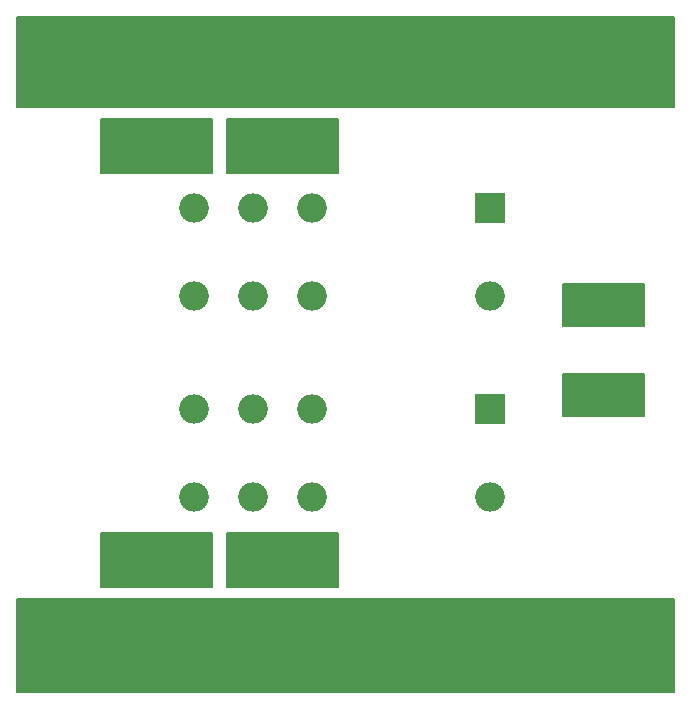
<source format=gbr>
%TF.GenerationSoftware,KiCad,Pcbnew,(6.0.0)*%
%TF.CreationDate,2024-03-29T19:30:23+00:00*%
%TF.ProjectId,Power_2Relais_TRX_PA,506f7765-725f-4325-9265-6c6169735f54,rev?*%
%TF.SameCoordinates,Original*%
%TF.FileFunction,Soldermask,Top*%
%TF.FilePolarity,Negative*%
%FSLAX46Y46*%
G04 Gerber Fmt 4.6, Leading zero omitted, Abs format (unit mm)*
G04 Created by KiCad (PCBNEW (6.0.0)) date 2024-03-29 19:30:23*
%MOMM*%
%LPD*%
G01*
G04 APERTURE LIST*
%ADD10C,0.150000*%
%ADD11R,2.500000X2.500000*%
%ADD12O,2.500000X2.500000*%
%ADD13C,3.500000*%
%ADD14R,2.200000X2.200000*%
%ADD15O,2.200000X2.200000*%
G04 APERTURE END LIST*
D10*
X141224000Y-72390000D02*
X131826000Y-72390000D01*
X131826000Y-72390000D02*
X131826000Y-67818000D01*
X131826000Y-67818000D02*
X141224000Y-67818000D01*
X141224000Y-67818000D02*
X141224000Y-72390000D01*
G36*
X141224000Y-72390000D02*
G01*
X131826000Y-72390000D01*
X131826000Y-67818000D01*
X141224000Y-67818000D01*
X141224000Y-72390000D01*
G37*
X141224000Y-72390000D02*
X131826000Y-72390000D01*
X131826000Y-67818000D01*
X141224000Y-67818000D01*
X141224000Y-72390000D01*
X177800000Y-92964000D02*
X170942000Y-92964000D01*
X170942000Y-92964000D02*
X170942000Y-89408000D01*
X170942000Y-89408000D02*
X177800000Y-89408000D01*
X177800000Y-89408000D02*
X177800000Y-92964000D01*
G36*
X177800000Y-92964000D02*
G01*
X170942000Y-92964000D01*
X170942000Y-89408000D01*
X177800000Y-89408000D01*
X177800000Y-92964000D01*
G37*
X177800000Y-92964000D02*
X170942000Y-92964000D01*
X170942000Y-89408000D01*
X177800000Y-89408000D01*
X177800000Y-92964000D01*
X151892000Y-107442000D02*
X142494000Y-107442000D01*
X142494000Y-107442000D02*
X142494000Y-102870000D01*
X142494000Y-102870000D02*
X151892000Y-102870000D01*
X151892000Y-102870000D02*
X151892000Y-107442000D01*
G36*
X151892000Y-107442000D02*
G01*
X142494000Y-107442000D01*
X142494000Y-102870000D01*
X151892000Y-102870000D01*
X151892000Y-107442000D01*
G37*
X151892000Y-107442000D02*
X142494000Y-107442000D01*
X142494000Y-102870000D01*
X151892000Y-102870000D01*
X151892000Y-107442000D01*
X177800000Y-85344000D02*
X170942000Y-85344000D01*
X170942000Y-85344000D02*
X170942000Y-81788000D01*
X170942000Y-81788000D02*
X177800000Y-81788000D01*
X177800000Y-81788000D02*
X177800000Y-85344000D01*
G36*
X177800000Y-85344000D02*
G01*
X170942000Y-85344000D01*
X170942000Y-81788000D01*
X177800000Y-81788000D01*
X177800000Y-85344000D01*
G37*
X177800000Y-85344000D02*
X170942000Y-85344000D01*
X170942000Y-81788000D01*
X177800000Y-81788000D01*
X177800000Y-85344000D01*
X180340000Y-66802000D02*
X124714000Y-66802000D01*
X124714000Y-66802000D02*
X124714000Y-59182000D01*
X124714000Y-59182000D02*
X180340000Y-59182000D01*
X180340000Y-59182000D02*
X180340000Y-66802000D01*
G36*
X180340000Y-66802000D02*
G01*
X124714000Y-66802000D01*
X124714000Y-59182000D01*
X180340000Y-59182000D01*
X180340000Y-66802000D01*
G37*
X180340000Y-66802000D02*
X124714000Y-66802000D01*
X124714000Y-59182000D01*
X180340000Y-59182000D01*
X180340000Y-66802000D01*
X141224000Y-107442000D02*
X131826000Y-107442000D01*
X131826000Y-107442000D02*
X131826000Y-102870000D01*
X131826000Y-102870000D02*
X141224000Y-102870000D01*
X141224000Y-102870000D02*
X141224000Y-107442000D01*
G36*
X141224000Y-107442000D02*
G01*
X131826000Y-107442000D01*
X131826000Y-102870000D01*
X141224000Y-102870000D01*
X141224000Y-107442000D01*
G37*
X141224000Y-107442000D02*
X131826000Y-107442000D01*
X131826000Y-102870000D01*
X141224000Y-102870000D01*
X141224000Y-107442000D01*
X151892000Y-72390000D02*
X142494000Y-72390000D01*
X142494000Y-72390000D02*
X142494000Y-67818000D01*
X142494000Y-67818000D02*
X151892000Y-67818000D01*
X151892000Y-67818000D02*
X151892000Y-72390000D01*
G36*
X151892000Y-72390000D02*
G01*
X142494000Y-72390000D01*
X142494000Y-67818000D01*
X151892000Y-67818000D01*
X151892000Y-72390000D01*
G37*
X151892000Y-72390000D02*
X142494000Y-72390000D01*
X142494000Y-67818000D01*
X151892000Y-67818000D01*
X151892000Y-72390000D01*
X180340000Y-116332000D02*
X124714000Y-116332000D01*
X124714000Y-116332000D02*
X124714000Y-108458000D01*
X124714000Y-108458000D02*
X180340000Y-108458000D01*
X180340000Y-108458000D02*
X180340000Y-116332000D01*
G36*
X180340000Y-116332000D02*
G01*
X124714000Y-116332000D01*
X124714000Y-108458000D01*
X180340000Y-108458000D01*
X180340000Y-116332000D01*
G37*
X180340000Y-116332000D02*
X124714000Y-116332000D01*
X124714000Y-108458000D01*
X180340000Y-108458000D01*
X180340000Y-116332000D01*
D11*
%TO.C,RL1*%
X164691500Y-75306500D03*
D12*
X149691500Y-75306500D03*
X144691500Y-75306500D03*
X139691500Y-75306500D03*
X139691500Y-82806500D03*
X144691500Y-82806500D03*
X149691500Y-82806500D03*
X164691500Y-82806500D03*
%TD*%
D11*
%TO.C,RL2*%
X164691500Y-92324500D03*
D12*
X149691500Y-92324500D03*
X144691500Y-92324500D03*
X139691500Y-92324500D03*
X139691500Y-99824500D03*
X144691500Y-99824500D03*
X149691500Y-99824500D03*
X164691500Y-99824500D03*
%TD*%
D13*
%TO.C,REF\u002A\u002A*%
X158242000Y-111760000D03*
%TD*%
D14*
%TO.C,D1*%
X172212000Y-83566000D03*
D15*
X172212000Y-91186000D03*
%TD*%
D13*
%TO.C,REF\u002A\u002A*%
X158242000Y-63246000D03*
%TD*%
M02*

</source>
